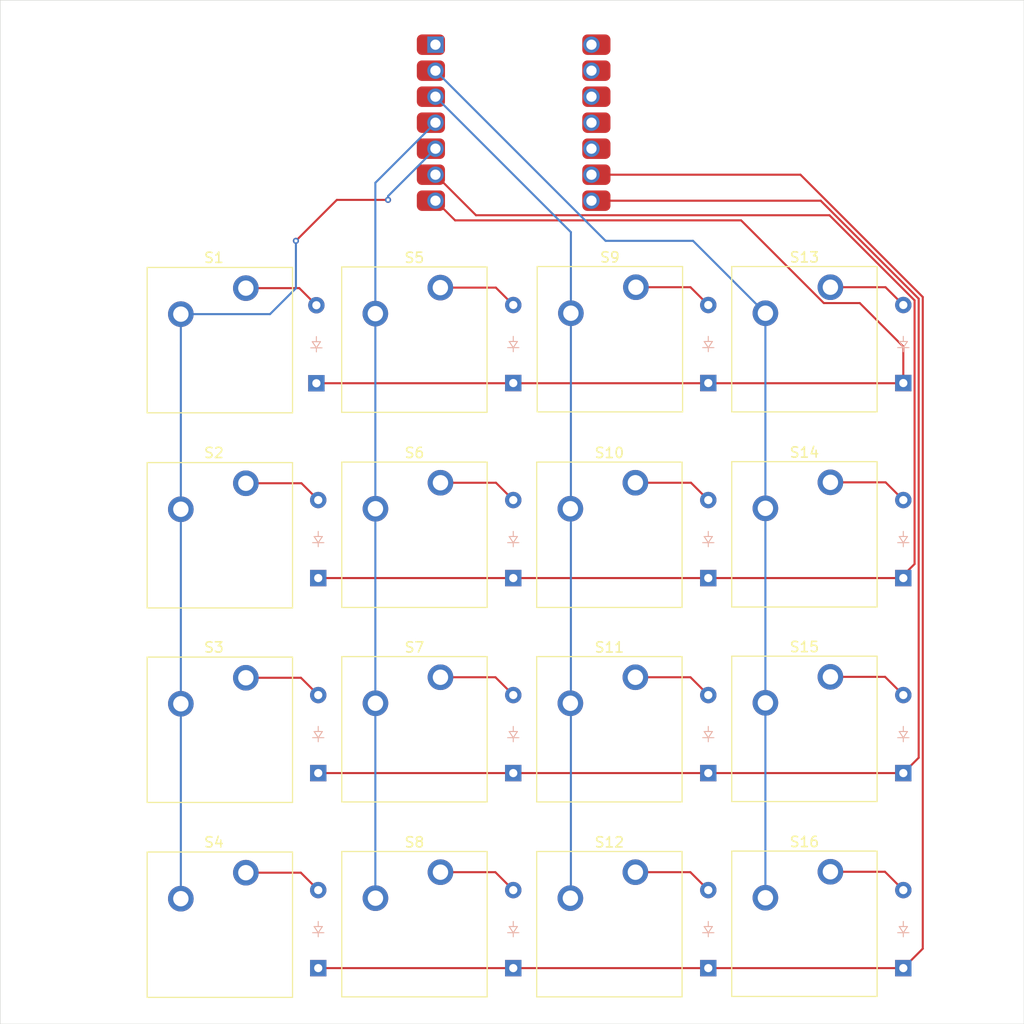
<source format=kicad_pcb>
(kicad_pcb (version 20240108) (generator "pcbnew") (generator_version "8.0")
  (layers (0 "F.Cu" signal) (31 "B.Cu" signal) (34 "B.Paste" user) (35 "F.Paste" user) (36 "B.SilkS" user "B.Silkscreen") (37 "F.SilkS" user "F.Silkscreen") (38 "B.Mask" user) (39 "F.Mask" user) (44 "Edge.Cuts" user))
  (net 0 "")
  (net 1 "Net-(D1-A)")
  (net 2 "Row0")
  (net 3 "Row1")
  (net 4 "Net-(D2-A)")
  (net 5 "Row2")
  (net 6 "Net-(D3-A)")
  (net 7 "Row3")
  (net 8 "Net-(D4-A)")
  (net 9 "Net-(D5-A)")
  (net 10 "Net-(D6-A)")
  (net 11 "Net-(D7-A)")
  (net 12 "Net-(D8-A)")
  (net 13 "Net-(D9-A)")
  (net 14 "Net-(D10-A)")
  (net 15 "Net-(D11-A)")
  (net 16 "Net-(D12-A)")
  (net 17 "Net-(D13-A)")
  (net 18 "Net-(D14-A)")
  (net 19 "Net-(D15-A)")
  (net 20 "Net-(D16-A)")
  (net 21 "Column0")
  (net 26 "Column1")
  (net 27 "Column2")
  (net 28 "Column3")
  (footprint "ScottoKeebs_MX:MX_PCB_1.00u" (layer "F.Cu") (at 164.17 97.17)
    (property "Reference" "S14" (at 0 -8 0) (layer "F.SilkS"))
    (property "Value" "Keyswitch")
    (fp_line (start -7.1 -7.1) (end -7.1 7.1) (stroke (width 0.12)) (layer "F.SilkS"))
    (fp_line (start -7.1 7.1) (end 7.1 7.1) (stroke (width 0.12)) (layer "F.SilkS"))
    (fp_line (start 7.1 -7.1) (end -7.1 -7.1) (stroke (width 0.12)) (layer "F.SilkS"))
    (fp_line (start 7.1 7.1) (end 7.1 -7.1) (stroke (width 0.12)) (layer "F.SilkS"))
    (pad "" np_thru_hole circle (at -5.08 0) (size 1.75 1.75) (drill 1.75) (layers "*.Cu" "*.Mask"))
    (pad "" np_thru_hole circle (at 0 0) (size 4 4) (drill 4) (layers "*.Cu" "*.Mask"))
    (pad "" np_thru_hole circle (at 5.08 0) (size 1.75 1.75) (drill 1.75) (layers "*.Cu" "*.Mask"))
    (pad "1" thru_hole circle (at -3.81 -2.54) (size 2.5 2.5) (drill 1.5) (layers "*.Cu" "*.Mask") (net 28 "Column3"))
    (pad "2" thru_hole circle (at 2.54 -5.08) (size 2.5 2.5) (drill 1.5) (layers "*.Cu" "*.Mask") (net 18 "Net-(D14-A)"))
  )
  (footprint "ScottoKeebs_MX:MX_PCB_1.00u" (layer "F.Cu") (at 107.07 97.26)
    (property "Reference" "S2" (at -0.58 -8.05 0) (layer "F.SilkS"))
    (property "Value" "Keyswitch")
    (fp_line (start -7.1 -7.1) (end -7.1 7.1) (stroke (width 0.12)) (layer "F.SilkS"))
    (fp_line (start -7.1 7.1) (end 7.1 7.1) (stroke (width 0.12)) (layer "F.SilkS"))
    (fp_line (start 7.1 -7.1) (end -7.1 -7.1) (stroke (width 0.12)) (layer "F.SilkS"))
    (fp_line (start 7.1 7.1) (end 7.1 -7.1) (stroke (width 0.12)) (layer "F.SilkS"))
    (pad "" np_thru_hole circle (at -5.08 0) (size 1.75 1.75) (drill 1.75) (layers "*.Cu" "*.Mask"))
    (pad "" np_thru_hole circle (at 0 0) (size 4 4) (drill 4) (layers "*.Cu" "*.Mask"))
    (pad "" np_thru_hole circle (at 5.08 0) (size 1.75 1.75) (drill 1.75) (layers "*.Cu" "*.Mask"))
    (pad "1" thru_hole circle (at -3.81 -2.54) (size 2.5 2.5) (drill 1.5) (layers "*.Cu" "*.Mask") (net 21 "Column0"))
    (pad "2" thru_hole circle (at 2.54 -5.08) (size 2.5 2.5) (drill 1.5) (layers "*.Cu" "*.Mask") (net 4 "Net-(D2-A)"))
  )
  (footprint "ScottoKeebs_MX:MX_PCB_1.00u" (layer "F.Cu") (at 145.12 116.21)
    (property "Reference" "S11" (at 0 -8 0) (layer "F.SilkS"))
    (property "Value" "Keyswitch")
    (fp_line (start -7.1 -7.1) (end -7.1 7.1) (stroke (width 0.12)) (layer "F.SilkS"))
    (fp_line (start -7.1 7.1) (end 7.1 7.1) (stroke (width 0.12)) (layer "F.SilkS"))
    (fp_line (start 7.1 -7.1) (end -7.1 -7.1) (stroke (width 0.12)) (layer "F.SilkS"))
    (fp_line (start 7.1 7.1) (end 7.1 -7.1) (stroke (width 0.12)) (layer "F.SilkS"))
    (pad "" np_thru_hole circle (at -5.08 0) (size 1.75 1.75) (drill 1.75) (layers "*.Cu" "*.Mask"))
    (pad "" np_thru_hole circle (at 0 0) (size 4 4) (drill 4) (layers "*.Cu" "*.Mask"))
    (pad "" np_thru_hole circle (at 5.08 0) (size 1.75 1.75) (drill 1.75) (layers "*.Cu" "*.Mask"))
    (pad "1" thru_hole circle (at -3.81 -2.54) (size 2.5 2.5) (drill 1.5) (layers "*.Cu" "*.Mask") (net 27 "Column2"))
    (pad "2" thru_hole circle (at 2.54 -5.08) (size 2.5 2.5) (drill 1.5) (layers "*.Cu" "*.Mask") (net 15 "Net-(D11-A)"))
  )
  (footprint "ScottoKeebs_MX:MX_PCB_1.00u" (layer "F.Cu") (at 145.12 97.21)
    (property "Reference" "S10" (at 0 -8 0) (layer "F.SilkS"))
    (property "Value" "Keyswitch")
    (fp_line (start -7.1 -7.1) (end -7.1 7.1) (stroke (width 0.12)) (layer "F.SilkS"))
    (fp_line (start -7.1 7.1) (end 7.1 7.1) (stroke (width 0.12)) (layer "F.SilkS"))
    (fp_line (start 7.1 -7.1) (end -7.1 -7.1) (stroke (width 0.12)) (layer "F.SilkS"))
    (fp_line (start 7.1 7.1) (end 7.1 -7.1) (stroke (width 0.12)) (layer "F.SilkS"))
    (pad "" np_thru_hole circle (at -5.08 0) (size 1.75 1.75) (drill 1.75) (layers "*.Cu" "*.Mask"))
    (pad "" np_thru_hole circle (at 0 0) (size 4 4) (drill 4) (layers "*.Cu" "*.Mask"))
    (pad "" np_thru_hole circle (at 5.08 0) (size 1.75 1.75) (drill 1.75) (layers "*.Cu" "*.Mask"))
    (pad "1" thru_hole circle (at -3.81 -2.54) (size 2.5 2.5) (drill 1.5) (layers "*.Cu" "*.Mask") (net 27 "Column2"))
    (pad "2" thru_hole circle (at 2.54 -5.08) (size 2.5 2.5) (drill 1.5) (layers "*.Cu" "*.Mask") (net 14 "Net-(D10-A)"))
  )
  (footprint "ScottoKeebs_MCU:Seeed_XIAO_RP2040" (layer "F.Cu") (at 135.75 56.96)
    (property "Reference" "U1" (hide yes))
    (property "Value" "Seeed Studio XIAO SAMD21")
    (pad "1" smd roundrect (at -8.065 -7.62) (size 2.75 2) (layers "F.Cu" "F.Paste" "F.Mask"))
    (pad "1" thru_hole rect (at -7.62 -7.62 90) (size 1.6 1.6) (drill 1) (layers "*.Cu" "*.Mask"))
    (pad "2" smd roundrect (at -8.065 -5.08) (size 2.75 2) (layers "F.Cu" "F.Paste" "F.Mask") (net 28 "Column3"))
    (pad "2" thru_hole circle (at -7.62 -5.08 90) (size 1.6 1.6) (drill 1) (layers "*.Cu" "*.Mask") (net 28 "Column3"))
    (pad "3" smd roundrect (at -8.065 -2.54) (size 2.75 2) (layers "F.Cu" "F.Paste" "F.Mask") (net 27 "Column2"))
    (pad "3" thru_hole circle (at -7.62 -2.54 90) (size 1.6 1.6) (drill 1) (layers "*.Cu" "*.Mask") (net 27 "Column2"))
    (pad "4" smd roundrect (at -8.065 0) (size 2.75 2) (layers "F.Cu" "F.Paste" "F.Mask") (net 26 "Column1"))
    (pad "4" thru_hole circle (at -7.62 0 90) (size 1.6 1.6) (drill 1) (layers "*.Cu" "*.Mask") (net 26 "Column1"))
    (pad "5" smd roundrect (at -8.065 2.54) (size 2.75 2) (layers "F.Cu" "F.Paste" "F.Mask") (net 21 "Column0"))
    (pad "5" thru_hole circle (at -7.62 2.54 90) (size 1.6 1.6) (drill 1) (layers "*.Cu" "*.Mask") (net 21 "Column0"))
    (pad "6" smd roundrect (at -8.065 5.08) (size 2.75 2) (layers "F.Cu" "F.Paste" "F.Mask") (net 3 "Row1"))
    (pad "6" thru_hole circle (at -7.62 5.08 90) (size 1.6 1.6) (drill 1) (layers "*.Cu" "*.Mask") (net 3 "Row1"))
    (pad "7" smd roundrect (at -8.065 7.62) (size 2.75 2) (layers "F.Cu" "F.Paste" "F.Mask") (net 2 "Row0"))
    (pad "7" thru_hole circle (at -7.62 7.62 90) (size 1.6 1.6) (drill 1) (layers "*.Cu" "*.Mask") (net 2 "Row0"))
    (pad "8" thru_hole circle (at 7.62 7.62 90) (size 1.6 1.6) (drill 1) (layers "*.Cu" "*.Mask") (net 5 "Row2"))
    (pad "8" smd roundrect (at 8.1 7.62) (size 2.75 2) (layers "F.Cu" "F.Paste" "F.Mask") (net 5 "Row2"))
    (pad "9" thru_hole circle (at 7.62 5.08 90) (size 1.6 1.6) (drill 1) (layers "*.Cu" "*.Mask") (net 7 "Row3"))
    (pad "9" smd roundrect (at 8.1 5.08) (size 2.75 2) (layers "F.Cu" "F.Paste" "F.Mask") (net 7 "Row3"))
    (pad "10" thru_hole circle (at 7.62 2.54 90) (size 1.6 1.6) (drill 1) (layers "*.Cu" "*.Mask"))
    (pad "10" smd roundrect (at 8.1 2.54) (size 2.75 2) (layers "F.Cu" "F.Paste" "F.Mask"))
    (pad "11" thru_hole circle (at 7.62 0 90) (size 1.6 1.6) (drill 1) (layers "*.Cu" "*.Mask"))
    (pad "11" smd roundrect (at 8.1 0) (size 2.75 2) (layers "F.Cu" "F.Paste" "F.Mask"))
    (pad "12" thru_hole circle (at 7.62 -2.54 90) (size 1.6 1.6) (drill 1) (layers "*.Cu" "*.Mask"))
    (pad "12" smd roundrect (at 8.1 -2.54) (size 2.75 2) (layers "F.Cu" "F.Paste" "F.Mask"))
    (pad "13" thru_hole circle (at 7.62 -5.08 90) (size 1.6 1.6) (drill 1) (layers "*.Cu" "*.Mask"))
    (pad "13" smd roundrect (at 8.1 -5.08) (size 2.75 2) (layers "F.Cu" "F.Paste" "F.Mask"))
    (pad "14" thru_hole circle (at 7.62 -7.62 90) (size 1.6 1.6) (drill 1) (layers "*.Cu" "*.Mask"))
    (pad "14" smd roundrect (at 8.1 -7.62) (size 2.75 2) (layers "F.Cu" "F.Paste" "F.Mask"))
  )
  (footprint "ScottoKeebs_MX:MX_PCB_1.00u" (layer "F.Cu") (at 126.07 78.15)
    (property "Reference" "S5" (at 0 -8 0) (layer "F.SilkS"))
    (property "Value" "Keyswitch")
    (fp_line (start -7.1 -7.1) (end -7.1 7.1) (stroke (width 0.12)) (layer "F.SilkS"))
    (fp_line (start -7.1 7.1) (end 7.1 7.1) (stroke (width 0.12)) (layer "F.SilkS"))
    (fp_line (start 7.1 -7.1) (end -7.1 -7.1) (stroke (width 0.12)) (layer "F.SilkS"))
    (fp_line (start 7.1 7.1) (end 7.1 -7.1) (stroke (width 0.12)) (layer "F.SilkS"))
    (pad "" np_thru_hole circle (at -5.08 0) (size 1.75 1.75) (drill 1.75) (layers "*.Cu" "*.Mask"))
    (pad "" np_thru_hole circle (at 0 0) (size 4 4) (drill 4) (layers "*.Cu" "*.Mask"))
    (pad "" np_thru_hole circle (at 5.08 0) (size 1.75 1.75) (drill 1.75) (layers "*.Cu" "*.Mask"))
    (pad "1" thru_hole circle (at -3.81 -2.54) (size 2.5 2.5) (drill 1.5) (layers "*.Cu" "*.Mask") (net 26 "Column1"))
    (pad "2" thru_hole circle (at 2.54 -5.08) (size 2.5 2.5) (drill 1.5) (layers "*.Cu" "*.Mask") (net 9 "Net-(D5-A)"))
  )
  (footprint "ScottoKeebs_MX:MX_PCB_1.00u" (layer "F.Cu") (at 164.17 116.17)
    (property "Reference" "S15" (at 0 -8 0) (layer "F.SilkS"))
    (property "Value" "Keyswitch")
    (fp_line (start -7.1 -7.1) (end -7.1 7.1) (stroke (width 0.12)) (layer "F.SilkS"))
    (fp_line (start -7.1 7.1) (end 7.1 7.1) (stroke (width 0.12)) (layer "F.SilkS"))
    (fp_line (start 7.1 -7.1) (end -7.1 -7.1) (stroke (width 0.12)) (layer "F.SilkS"))
    (fp_line (start 7.1 7.1) (end 7.1 -7.1) (stroke (width 0.12)) (layer "F.SilkS"))
    (pad "" np_thru_hole circle (at -5.08 0) (size 1.75 1.75) (drill 1.75) (layers "*.Cu" "*.Mask"))
    (pad "" np_thru_hole circle (at 0 0) (size 4 4) (drill 4) (layers "*.Cu" "*.Mask"))
    (pad "" np_thru_hole circle (at 5.08 0) (size 1.75 1.75) (drill 1.75) (layers "*.Cu" "*.Mask"))
    (pad "1" thru_hole circle (at -3.81 -2.54) (size 2.5 2.5) (drill 1.5) (layers "*.Cu" "*.Mask") (net 28 "Column3"))
    (pad "2" thru_hole circle (at 2.54 -5.08) (size 2.5 2.5) (drill 1.5) (layers "*.Cu" "*.Mask") (net 19 "Net-(D15-A)"))
  )
  (footprint "ScottoKeebs_MX:MX_PCB_1.00u" (layer "F.Cu") (at 164.17 135.21)
    (property "Reference" "S16" (at 0 -8 0) (layer "F.SilkS"))
    (property "Value" "Keyswitch")
    (fp_line (start -7.1 -7.1) (end -7.1 7.1) (stroke (width 0.12)) (layer "F.SilkS"))
    (fp_line (start -7.1 7.1) (end 7.1 7.1) (stroke (width 0.12)) (layer "F.SilkS"))
    (fp_line (start 7.1 -7.1) (end -7.1 -7.1) (stroke (width 0.12)) (layer "F.SilkS"))
    (fp_line (start 7.1 7.1) (end 7.1 -7.1) (stroke (width 0.12)) (layer "F.SilkS"))
    (pad "" np_thru_hole circle (at -5.08 0) (size 1.75 1.75) (drill 1.75) (layers "*.Cu" "*.Mask"))
    (pad "" np_thru_hole circle (at 0 0) (size 4 4) (drill 4) (layers "*.Cu" "*.Mask"))
    (pad "" np_thru_hole circle (at 5.08 0) (size 1.75 1.75) (drill 1.75) (layers "*.Cu" "*.Mask"))
    (pad "1" thru_hole circle (at -3.81 -2.54) (size 2.5 2.5) (drill 1.5) (layers "*.Cu" "*.Mask") (net 28 "Column3"))
    (pad "2" thru_hole circle (at 2.54 -5.08) (size 2.5 2.5) (drill 1.5) (layers "*.Cu" "*.Mask") (net 20 "Net-(D16-A)"))
  )
  (footprint "ScottoKeebs_MX:MX_PCB_1.00u" (layer "F.Cu") (at 164.17 78.11)
    (property "Reference" "S13" (at 0 -8 0) (layer "F.SilkS"))
    (property "Value" "Keyswitch")
    (fp_line (start -7.1 -7.1) (end -7.1 7.1) (stroke (width 0.12)) (layer "F.SilkS"))
    (fp_line (start -7.1 7.1) (end 7.1 7.1) (stroke (width 0.12)) (layer "F.SilkS"))
    (fp_line (start 7.1 -7.1) (end -7.1 -7.1) (stroke (width 0.12)) (layer "F.SilkS"))
    (fp_line (start 7.1 7.1) (end 7.1 -7.1) (stroke (width 0.12)) (layer "F.SilkS"))
    (pad "" np_thru_hole circle (at -5.08 0) (size 1.75 1.75) (drill 1.75) (layers "*.Cu" "*.Mask"))
    (pad "" np_thru_hole circle (at 0 0) (size 4 4) (drill 4) (layers "*.Cu" "*.Mask"))
    (pad "" np_thru_hole circle (at 5.08 0) (size 1.75 1.75) (drill 1.75) (layers "*.Cu" "*.Mask"))
    (pad "1" thru_hole circle (at -3.81 -2.54) (size 2.5 2.5) (drill 1.5) (layers "*.Cu" "*.Mask") (net 28 "Column3"))
    (pad "2" thru_hole circle (at 2.54 -5.08) (size 2.5 2.5) (drill 1.5) (layers "*.Cu" "*.Mask") (net 17 "Net-(D13-A)"))
  )
  (footprint "ScottoKeebs_MX:MX_PCB_1.00u" (layer "F.Cu") (at 126.08 135.25)
    (property "Reference" "S8" (at 0 -8 0) (layer "F.SilkS"))
    (property "Value" "Keyswitch")
    (fp_line (start -7.1 -7.1) (end -7.1 7.1) (stroke (width 0.12)) (layer "F.SilkS"))
    (fp_line (start -7.1 7.1) (end 7.1 7.1) (stroke (width 0.12)) (layer "F.SilkS"))
    (fp_line (start 7.1 -7.1) (end -7.1 -7.1) (stroke (width 0.12)) (layer "F.SilkS"))
    (fp_line (start 7.1 7.1) (end 7.1 -7.1) (stroke (width 0.12)) (layer "F.SilkS"))
    (pad "" np_thru_hole circle (at -5.08 0) (size 1.75 1.75) (drill 1.75) (layers "*.Cu" "*.Mask"))
    (pad "" np_thru_hole circle (at 0 0) (size 4 4) (drill 4) (layers "*.Cu" "*.Mask"))
    (pad "" np_thru_hole circle (at 5.08 0) (size 1.75 1.75) (drill 1.75) (layers "*.Cu" "*.Mask"))
    (pad "1" thru_hole circle (at -3.81 -2.54) (size 2.5 2.5) (drill 1.5) (layers "*.Cu" "*.Mask") (net 26 "Column1"))
    (pad "2" thru_hole circle (at 2.54 -5.08) (size 2.5 2.5) (drill 1.5) (layers "*.Cu" "*.Mask") (net 12 "Net-(D8-A)"))
  )
  (footprint "ScottoKeebs_MX:MX_PCB_1.00u" (layer "F.Cu") (at 107.07 116.26)
    (property "Reference" "S3" (at -0.58 -8.05 0) (layer "F.SilkS"))
    (property "Value" "Keyswitch")
    (fp_line (start -7.1 -7.1) (end -7.1 7.1) (stroke (width 0.12)) (layer "F.SilkS"))
    (fp_line (start -7.1 7.1) (end 7.1 7.1) (stroke (width 0.12)) (layer "F.SilkS"))
    (fp_line (start 7.1 -7.1) (end -7.1 -7.1) (stroke (width 0.12)) (layer "F.SilkS"))
    (fp_line (start 7.1 7.1) (end 7.1 -7.1) (stroke (width 0.12)) (layer "F.SilkS"))
    (pad "" np_thru_hole circle (at -5.08 0) (size 1.75 1.75) (drill 1.75) (layers "*.Cu" "*.Mask"))
    (pad "" np_thru_hole circle (at 0 0) (size 4 4) (drill 4) (layers "*.Cu" "*.Mask"))
    (pad "" np_thru_hole circle (at 5.08 0) (size 1.75 1.75) (drill 1.75) (layers "*.Cu" "*.Mask"))
    (pad "1" thru_hole circle (at -3.81 -2.54) (size 2.5 2.5) (drill 1.5) (layers "*.Cu" "*.Mask") (net 21 "Column0"))
    (pad "2" thru_hole circle (at 2.54 -5.08) (size 2.5 2.5) (drill 1.5) (layers "*.Cu" "*.Mask") (net 6 "Net-(D3-A)"))
  )
  (footprint "ScottoKeebs_MX:MX_PCB_1.00u" (layer "F.Cu") (at 107.07 135.3)
    (property "Reference" "S4" (at -0.58 -8.05 0) (layer "F.SilkS"))
    (property "Value" "Keyswitch")
    (fp_line (start -7.1 -7.1) (end -7.1 7.1) (stroke (width 0.12)) (layer "F.SilkS"))
    (fp_line (start -7.1 7.1) (end 7.1 7.1) (stroke (width 0.12)) (layer "F.SilkS"))
    (fp_line (start 7.1 -7.1) (end -7.1 -7.1) (stroke (width 0.12)) (layer "F.SilkS"))
    (fp_line (start 7.1 7.1) (end 7.1 -7.1) (stroke (width 0.12)) (layer "F.SilkS"))
    (pad "" np_thru_hole circle (at -5.08 0) (size 1.75 1.75) (drill 1.75) (layers "*.Cu" "*.Mask"))
    (pad "" np_thru_hole circle (at 0 0) (size 4 4) (drill 4) (layers "*.Cu" "*.Mask"))
    (pad "" np_thru_hole circle (at 5.08 0) (size 1.75 1.75) (drill 1.75) (layers "*.Cu" "*.Mask"))
    (pad "1" thru_hole circle (at -3.81 -2.54) (size 2.5 2.5) (drill 1.5) (layers "*.Cu" "*.Mask") (net 21 "Column0"))
    (pad "2" thru_hole circle (at 2.54 -5.08) (size 2.5 2.5) (drill 1.5) (layers "*.Cu" "*.Mask") (net 8 "Net-(D4-A)"))
  )
  (footprint "ScottoKeebs_MX:MX_PCB_1.00u" (layer "F.Cu") (at 145.12 135.25)
    (property "Reference" "S12" (at 0 -8 0) (layer "F.SilkS"))
    (property "Value" "Keyswitch")
    (fp_line (start -7.1 -7.1) (end -7.1 7.1) (stroke (width 0.12)) (layer "F.SilkS"))
    (fp_line (start -7.1 7.1) (end 7.1 7.1) (stroke (width 0.12)) (layer "F.SilkS"))
    (fp_line (start 7.1 -7.1) (end -7.1 -7.1) (stroke (width 0.12)) (layer "F.SilkS"))
    (fp_line (start 7.1 7.1) (end 7.1 -7.1) (stroke (width 0.12)) (layer "F.SilkS"))
    (pad "" np_thru_hole circle (at -5.08 0) (size 1.75 1.75) (drill 1.75) (layers "*.Cu" "*.Mask"))
    (pad "" np_thru_hole circle (at 0 0) (size 4 4) (drill 4) (layers "*.Cu" "*.Mask"))
    (pad "" np_thru_hole circle (at 5.08 0) (size 1.75 1.75) (drill 1.75) (layers "*.Cu" "*.Mask"))
    (pad "1" thru_hole circle (at -3.81 -2.54) (size 2.5 2.5) (drill 1.5) (layers "*.Cu" "*.Mask") (net 27 "Column2"))
    (pad "2" thru_hole circle (at 2.54 -5.08) (size 2.5 2.5) (drill 1.5) (layers "*.Cu" "*.Mask") (net 16 "Net-(D12-A)"))
  )
  (footprint "ScottoKeebs_MX:MX_PCB_1.00u" (layer "F.Cu") (at 126.08 97.21)
    (property "Reference" "S6" (at 0 -8 0) (layer "F.SilkS"))
    (property "Value" "Keyswitch")
    (fp_line (start -7.1 -7.1) (end -7.1 7.1) (stroke (width 0.12)) (layer "F.SilkS"))
    (fp_line (start -7.1 7.1) (end 7.1 7.1) (stroke (width 0.12)) (layer "F.SilkS"))
    (fp_line (start 7.1 -7.1) (end -7.1 -7.1) (stroke (width 0.12)) (layer "F.SilkS"))
    (fp_line (start 7.1 7.1) (end 7.1 -7.1) (stroke (width 0.12)) (layer "F.SilkS"))
    (pad "" np_thru_hole circle (at -5.08 0) (size 1.75 1.75) (drill 1.75) (layers "*.Cu" "*.Mask"))
    (pad "" np_thru_hole circle (at 0 0) (size 4 4) (drill 4) (layers "*.Cu" "*.Mask"))
    (pad "" np_thru_hole circle (at 5.08 0) (size 1.75 1.75) (drill 1.75) (layers "*.Cu" "*.Mask"))
    (pad "1" thru_hole circle (at -3.81 -2.54) (size 2.5 2.5) (drill 1.5) (layers "*.Cu" "*.Mask") (net 26 "Column1"))
    (pad "2" thru_hole circle (at 2.54 -5.08) (size 2.5 2.5) (drill 1.5) (layers "*.Cu" "*.Mask") (net 10 "Net-(D6-A)"))
  )
  (footprint "ScottoKeebs_MX:MX_PCB_1.00u" (layer "F.Cu") (at 107.07 78.2)
    (property "Reference" "S1" (at -0.58 -8.05 0) (layer "F.SilkS"))
    (property "Value" "Keyswitch")
    (fp_line (start -7.1 -7.1) (end -7.1 7.1) (stroke (width 0.12)) (layer "F.SilkS"))
    (fp_line (start -7.1 7.1) (end 7.1 7.1) (stroke (width 0.12)) (layer "F.SilkS"))
    (fp_line (start 7.1 -7.1) (end -7.1 -7.1) (stroke (width 0.12)) (layer "F.SilkS"))
    (fp_line (start 7.1 7.1) (end 7.1 -7.1) (stroke (width 0.12)) (layer "F.SilkS"))
    (pad "" np_thru_hole circle (at -5.08 0) (size 1.75 1.75) (drill 1.75) (layers "*.Cu" "*.Mask"))
    (pad "" np_thru_hole circle (at 0 0) (size 4 4) (drill 4) (layers "*.Cu" "*.Mask"))
    (pad "" np_thru_hole circle (at 5.08 0) (size 1.75 1.75) (drill 1.75) (layers "*.Cu" "*.Mask"))
    (pad "1" thru_hole circle (at -3.81 -2.54) (size 2.5 2.5) (drill 1.5) (layers "*.Cu" "*.Mask") (net 21 "Column0"))
    (pad "2" thru_hole circle (at 2.54 -5.08) (size 2.5 2.5) (drill 1.5) (layers "*.Cu" "*.Mask") (net 1 "Net-(D1-A)"))
  )
  (footprint "ScottoKeebs_MX:MX_PCB_1.00u" (layer "F.Cu") (at 126.08 116.21)
    (property "Reference" "S7" (at 0 -8 0) (layer "F.SilkS"))
    (property "Value" "Keyswitch")
    (fp_line (start -7.1 -7.1) (end -7.1 7.1) (stroke (width 0.12)) (layer "F.SilkS"))
    (fp_line (start -7.1 7.1) (end 7.1 7.1) (stroke (width 0.12)) (layer "F.SilkS"))
    (fp_line (start 7.1 -7.1) (end -7.1 -7.1) (stroke (width 0.12)) (layer "F.SilkS"))
    (fp_line (start 7.1 7.1) (end 7.1 -7.1) (stroke (width 0.12)) (layer "F.SilkS"))
    (pad "" np_thru_hole circle (at -5.08 0) (size 1.75 1.75) (drill 1.75) (layers "*.Cu" "*.Mask"))
    (pad "" np_thru_hole circle (at 0 0) (size 4 4) (drill 4) (layers "*.Cu" "*.Mask"))
    (pad "" np_thru_hole circle (at 5.08 0) (size 1.75 1.75) (drill 1.75) (layers "*.Cu" "*.Mask"))
    (pad "1" thru_hole circle (at -3.81 -2.54) (size 2.5 2.5) (drill 1.5) (layers "*.Cu" "*.Mask") (net 26 "Column1"))
    (pad "2" thru_hole circle (at 2.54 -5.08) (size 2.5 2.5) (drill 1.5) (layers "*.Cu" "*.Mask") (net 11 "Net-(D7-A)"))
  )
  (footprint "ScottoKeebs_MX:MX_PCB_1.00u" (layer "F.Cu") (at 145.17 78.11)
    (property "Reference" "S9" (at 0 -8 0) (layer "F.SilkS"))
    (property "Value" "Keyswitch")
    (fp_line (start -7.1 -7.1) (end -7.1 7.1) (stroke (width 0.12)) (layer "F.SilkS"))
    (fp_line (start -7.1 7.1) (end 7.1 7.1) (stroke (width 0.12)) (layer "F.SilkS"))
    (fp_line (start 7.1 -7.1) (end -7.1 -7.1) (stroke (width 0.12)) (layer "F.SilkS"))
    (fp_line (start 7.1 7.1) (end 7.1 -7.1) (stroke (width 0.12)) (layer "F.SilkS"))
    (pad "" np_thru_hole circle (at -5.08 0) (size 1.75 1.75) (drill 1.75) (layers "*.Cu" "*.Mask"))
    (pad "" np_thru_hole circle (at 0 0) (size 4 4) (drill 4) (layers "*.Cu" "*.Mask"))
    (pad "" np_thru_hole circle (at 5.08 0) (size 1.75 1.75) (drill 1.75) (layers "*.Cu" "*.Mask"))
    (pad "1" thru_hole circle (at -3.81 -2.54) (size 2.5 2.5) (drill 1.5) (layers "*.Cu" "*.Mask") (net 27 "Column2"))
    (pad "2" thru_hole circle (at 2.54 -5.08) (size 2.5 2.5) (drill 1.5) (layers "*.Cu" "*.Mask") (net 13 "Net-(D9-A)"))
  )
  (footprint "ScottoKeebs_Components:Diode_DO-35" (layer "B.Cu") (at 173.83125 139.54125 90)
    (property "Reference" "D16" (hide yes))
    (property "Value" "Diode" (hide yes))
    (fp_line (start 3.46 -0.55) (end 3.46 0.55) (stroke (width 0.1)) (layer "B.SilkS"))
    (fp_line (start 4.06 -0.4) (end 4.06 0.4) (stroke (width 0.1)) (layer "B.SilkS"))
    (fp_line (start 4.56 0) (end 4.06 0) (stroke (width 0.1)) (layer "B.SilkS"))
    (fp_line (start 3.46 0) (end 4.06 -0.4) (stroke (width 0.1)) (layer "B.SilkS"))
    (fp_line (start 3.46 0) (end 3.06 0) (stroke (width 0.1)) (layer "B.SilkS"))
    (fp_line (start 4.06 0.4) (end 3.46 0) (stroke (width 0.1)) (layer "B.SilkS"))
    (pad "1" thru_hole rect (at 0 0 90) (size 1.6 1.6) (drill 0.8) (layers "*.Cu" "*.Mask") (net 7 "Row3"))
    (pad "2" thru_hole oval (at 7.62 0 90) (size 1.6 1.6) (drill 0.8) (layers "*.Cu" "*.Mask") (net 20 "Net-(D16-A)"))
  )
  (footprint "ScottoKeebs_Components:Diode_DO-35" (layer "B.Cu") (at 135.73125 120.49125 90)
    (property "Reference" "D7" (hide yes))
    (property "Value" "Diode" (hide yes))
    (fp_line (start 3.46 -0.55) (end 3.46 0.55) (stroke (width 0.1)) (layer "B.SilkS"))
    (fp_line (start 4.06 -0.4) (end 4.06 0.4) (stroke (width 0.1)) (layer "B.SilkS"))
    (fp_line (start 4.56 0) (end 4.06 0) (stroke (width 0.1)) (layer "B.SilkS"))
    (fp_line (start 3.46 0) (end 4.06 -0.4) (stroke (width 0.1)) (layer "B.SilkS"))
    (fp_line (start 3.46 0) (end 3.06 0) (stroke (width 0.1)) (layer "B.SilkS"))
    (fp_line (start 4.06 0.4) (end 3.46 0) (stroke (width 0.1)) (layer "B.SilkS"))
    (pad "1" thru_hole rect (at 0 0 90) (size 1.6 1.6) (drill 0.8) (layers "*.Cu" "*.Mask") (net 5 "Row2"))
    (pad "2" thru_hole oval (at 7.62 0 90) (size 1.6 1.6) (drill 0.8) (layers "*.Cu" "*.Mask") (net 11 "Net-(D7-A)"))
  )
  (footprint "ScottoKeebs_Components:Diode_DO-35" (layer "B.Cu") (at 135.73125 82.39125 90)
    (property "Reference" "D5" (hide yes))
    (property "Value" "Diode" (hide yes))
    (fp_line (start 3.46 -0.55) (end 3.46 0.55) (stroke (width 0.1)) (layer "B.SilkS"))
    (fp_line (start 4.06 -0.4) (end 4.06 0.4) (stroke (width 0.1)) (layer "B.SilkS"))
    (fp_line (start 4.56 0) (end 4.06 0) (stroke (width 0.1)) (layer "B.SilkS"))
    (fp_line (start 3.46 0) (end 4.06 -0.4) (stroke (width 0.1)) (layer "B.SilkS"))
    (fp_line (start 3.46 0) (end 3.06 0) (stroke (width 0.1)) (layer "B.SilkS"))
    (fp_line (start 4.06 0.4) (end 3.46 0) (stroke (width 0.1)) (layer "B.SilkS"))
    (pad "1" thru_hole rect (at 0 0 90) (size 1.6 1.6) (drill 0.8) (layers "*.Cu" "*.Mask") (net 2 "Row0"))
    (pad "2" thru_hole oval (at 7.62 0 90) (size 1.6 1.6) (drill 0.8) (layers "*.Cu" "*.Mask") (net 9 "Net-(D5-A)"))
  )
  (footprint "ScottoKeebs_Components:Diode_DO-35" (layer "B.Cu") (at 154.78125 139.54125 90)
    (property "Reference" "D12" (hide yes))
    (property "Value" "Diode" (hide yes))
    (fp_line (start 3.46 -0.55) (end 3.46 0.55) (stroke (width 0.1)) (layer "B.SilkS"))
    (fp_line (start 4.06 -0.4) (end 4.06 0.4) (stroke (width 0.1)) (layer "B.SilkS"))
    (fp_line (start 4.56 0) (end 4.06 0) (stroke (width 0.1)) (layer "B.SilkS"))
    (fp_line (start 3.46 0) (end 4.06 -0.4) (stroke (width 0.1)) (layer "B.SilkS"))
    (fp_line (start 3.46 0) (end 3.06 0) (stroke (width 0.1)) (layer "B.SilkS"))
    (fp_line (start 4.06 0.4) (end 3.46 0) (stroke (width 0.1)) (layer "B.SilkS"))
    (pad "1" thru_hole rect (at 0 0 90) (size 1.6 1.6) (drill 0.8) (layers "*.Cu" "*.Mask") (net 7 "Row3"))
    (pad "2" thru_hole oval (at 7.62 0 90) (size 1.6 1.6) (drill 0.8) (layers "*.Cu" "*.Mask") (net 16 "Net-(D12-A)"))
  )
  (footprint "ScottoKeebs_Components:Diode_DO-35" (layer "B.Cu") (at 116.5 82.41 90)
    (property "Reference" "D1" (hide yes))
    (property "Value" "Diode" (hide yes))
    (fp_line (start 3.46 -0.55) (end 3.46 0.55) (stroke (width 0.1)) (layer "B.SilkS"))
    (fp_line (start 4.06 -0.4) (end 4.06 0.4) (stroke (width 0.1)) (layer "B.SilkS"))
    (fp_line (start 4.56 0) (end 4.06 0) (stroke (width 0.1)) (layer "B.SilkS"))
    (fp_line (start 3.46 0) (end 4.06 -0.4) (stroke (width 0.1)) (layer "B.SilkS"))
    (fp_line (start 3.46 0) (end 3.06 0) (stroke (width 0.1)) (layer "B.SilkS"))
    (fp_line (start 4.06 0.4) (end 3.46 0) (stroke (width 0.1)) (layer "B.SilkS"))
    (pad "1" thru_hole rect (at 0 0 90) (size 1.6 1.6) (drill 0.8) (layers "*.Cu" "*.Mask") (net 2 "Row0"))
    (pad "2" thru_hole oval (at 7.62 0 90) (size 1.6 1.6) (drill 0.8) (layers "*.Cu" "*.Mask") (net 1 "Net-(D1-A)"))
  )
  (footprint "ScottoKeebs_Components:Diode_DO-35" (layer "B.Cu") (at 154.78125 101.44125 90)
    (property "Reference" "D10" (hide yes))
    (property "Value" "Diode" (hide yes))
    (fp_line (start 3.46 -0.55) (end 3.46 0.55) (stroke (width 0.1)) (layer "B.SilkS"))
    (fp_line (start 4.06 -0.4) (end 4.06 0.4) (stroke (width 0.1)) (layer "B.SilkS"))
    (fp_line (start 4.56 0) (end 4.06 0) (stroke (width 0.1)) (layer "B.SilkS"))
    (fp_line (start 3.46 0) (end 4.06 -0.4) (stroke (width 0.1)) (layer "B.SilkS"))
    (fp_line (start 3.46 0) (end 3.06 0) (stroke (width 0.1)) (layer "B.SilkS"))
    (fp_line (start 4.06 0.4) (end 3.46 0) (stroke (width 0.1)) (layer "B.SilkS"))
    (pad "1" thru_hole rect (at 0 0 90) (size 1.6 1.6) (drill 0.8) (layers "*.Cu" "*.Mask") (net 3 "Row1"))
    (pad "2" thru_hole oval (at 7.62 0 90) (size 1.6 1.6) (drill 0.8) (layers "*.Cu" "*.Mask") (net 14 "Net-(D10-A)"))
  )
  (footprint "ScottoKeebs_Components:Diode_DO-35" (layer "B.Cu") (at 173.83125 101.44125 90)
    (property "Reference" "D14" (hide yes))
    (property "Value" "Diode" (hide yes))
    (fp_line (start 3.46 -0.55) (end 3.46 0.55) (stroke (width 0.1)) (layer "B.SilkS"))
    (fp_line (start 4.06 -0.4) (end 4.06 0.4) (stroke (width 0.1)) (layer "B.SilkS"))
    (fp_line (start 4.56 0) (end 4.06 0) (stroke (width 0.1)) (layer "B.SilkS"))
    (fp_line (start 3.46 0) (end 4.06 -0.4) (stroke (width 0.1)) (layer "B.SilkS"))
    (fp_line (start 3.46 0) (end 3.06 0) (stroke (width 0.1)) (layer "B.SilkS"))
    (fp_line (start 4.06 0.4) (end 3.46 0) (stroke (width 0.1)) (layer "B.SilkS"))
    (pad "1" thru_hole rect (at 0 0 90) (size 1.6 1.6) (drill 0.8) (layers "*.Cu" "*.Mask") (net 3 "Row1"))
    (pad "2" thru_hole oval (at 7.62 0 90) (size 1.6 1.6) (drill 0.8) (layers "*.Cu" "*.Mask") (net 18 "Net-(D14-A)"))
  )
  (footprint "ScottoKeebs_Components:Diode_DO-35" (layer "B.Cu") (at 173.83125 82.39125 90)
    (property "Reference" "D13" (hide yes))
    (property "Value" "Diode" (hide yes))
    (fp_line (start 3.46 -0.55) (end 3.46 0.55) (stroke (width 0.1)) (layer "B.SilkS"))
    (fp_line (start 4.06 -0.4) (end 4.06 0.4) (stroke (width 0.1)) (layer "B.SilkS"))
    (fp_line (start 4.56 0) (end 4.06 0) (stroke (width 0.1)) (layer "B.SilkS"))
    (fp_line (start 3.46 0) (end 4.06 -0.4) (stroke (width 0.1)) (layer "B.SilkS"))
    (fp_line (start 3.46 0) (end 3.06 0) (stroke (width 0.1)) (layer "B.SilkS"))
    (fp_line (start 4.06 0.4) (end 3.46 0) (stroke (width 0.1)) (layer "B.SilkS"))
    (pad "1" thru_hole rect (at 0 0 90) (size 1.6 1.6) (drill 0.8) (layers "*.Cu" "*.Mask") (net 2 "Row0"))
    (pad "2" thru_hole oval (at 7.62 0 90) (size 1.6 1.6) (drill 0.8) (layers "*.Cu" "*.Mask") (net 17 "Net-(D13-A)"))
  )
  (footprint "ScottoKeebs_Components:Diode_DO-35" (layer "B.Cu") (at 135.73125 101.44125 90)
    (property "Reference" "D6" (hide yes))
    (property "Value" "Diode" (hide yes))
    (fp_line (start 3.46 -0.55) (end 3.46 0.55) (stroke (width 0.1)) (layer "B.SilkS"))
    (fp_line (start 4.06 -0.4) (end 4.06 0.4) (stroke (width 0.1)) (layer "B.SilkS"))
    (fp_line (start 4.56 0) (end 4.06 0) (stroke (width 0.1)) (layer "B.SilkS"))
    (fp_line (start 3.46 0) (end 4.06 -0.4) (stroke (width 0.1)) (layer "B.SilkS"))
    (fp_line (start 3.46 0) (end 3.06 0) (stroke (width 0.1)) (layer "B.SilkS"))
    (fp_line (start 4.06 0.4) (end 3.46 0) (stroke (width 0.1)) (layer "B.SilkS"))
    (pad "1" thru_hole rect (at 0 0 90) (size 1.6 1.6) (drill 0.8) (layers "*.Cu" "*.Mask") (net 3 "Row1"))
    (pad "2" thru_hole oval (at 7.62 0 90) (size 1.6 1.6) (drill 0.8) (layers "*.Cu" "*.Mask") (net 10 "Net-(D6-A)"))
  )
  (footprint "ScottoKeebs_Components:Diode_DO-35" (layer "B.Cu") (at 154.78125 120.49125 90)
    (property "Reference" "D11" (hide yes))
    (property "Value" "Diode" (hide yes))
    (fp_line (start 3.46 -0.55) (end 3.46 0.55) (stroke (width 0.1)) (layer "B.SilkS"))
    (fp_line (start 4.06 -0.4) (end 4.06 0.4) (stroke (width 0.1)) (layer "B.SilkS"))
    (fp_line (start 4.56 0) (end 4.06 0) (stroke (width 0.1)) (layer "B.SilkS"))
    (fp_line (start 3.46 0) (end 4.06 -0.4) (stroke (width 0.1)) (layer "B.SilkS"))
    (fp_line (start 3.46 0) (end 3.06 0) (stroke (width 0.1)) (layer "B.SilkS"))
    (fp_line (start 4.06 0.4) (end 3.46 0) (stroke (width 0.1)) (layer "B.SilkS"))
    (pad "1" thru_hole rect (at 0 0 90) (size 1.6 1.6) (drill 0.8) (layers "*.Cu" "*.Mask") (net 5 "Row2"))
    (pad "2" thru_hole oval (at 7.62 0 90) (size 1.6 1.6) (drill 0.8) (layers "*.Cu" "*.Mask") (net 15 "Net-(D11-A)"))
  )
  (footprint "ScottoKeebs_Components:Diode_DO-35" (layer "B.Cu") (at 116.68125 101.44125 90)
    (property "Reference" "D2" (hide yes))
    (property "Value" "Diode" (hide yes))
    (fp_line (start 3.46 -0.55) (end 3.46 0.55) (stroke (width 0.1)) (layer "B.SilkS"))
    (fp_line (start 4.06 -0.4) (end 4.06 0.4) (stroke (width 0.1)) (layer "B.SilkS"))
    (fp_line (start 4.56 0) (end 4.06 0) (stroke (width 0.1)) (layer "B.SilkS"))
    (fp_line (start 3.46 0) (end 4.06 -0.4) (stroke (width 0.1)) (layer "B.SilkS"))
    (fp_line (start 3.46 0) (end 3.06 0) (stroke (width 0.1)) (layer "B.SilkS"))
    (fp_line (start 4.06 0.4) (end 3.46 0) (stroke (width 0.1)) (layer "B.SilkS"))
    (pad "1" thru_hole rect (at 0 0 90) (size 1.6 1.6) (drill 0.8) (layers "*.Cu" "*.Mask") (net 3 "Row1"))
    (pad "2" thru_hole oval (at 7.62 0 90) (size 1.6 1.6) (drill 0.8) (layers "*.Cu" "*.Mask") (net 4 "Net-(D2-A)"))
  )
  (footprint "ScottoKeebs_Components:Diode_DO-35" (layer "B.Cu") (at 116.68125 139.54125 90)
    (property "Reference" "D4" (hide yes))
    (property "Value" "Diode" (hide yes))
    (fp_line (start 3.46 -0.55) (end 3.46 0.55) (stroke (width 0.1)) (layer "B.SilkS"))
    (fp_line (start 4.06 -0.4) (end 4.06 0.4) (stroke (width 0.1)) (layer "B.SilkS"))
    (fp_line (start 4.56 0) (end 4.06 0) (stroke (width 0.1)) (layer "B.SilkS"))
    (fp_line (start 3.46 0) (end 4.06 -0.4) (stroke (width 0.1)) (layer "B.SilkS"))
    (fp_line (start 3.46 0) (end 3.06 0) (stroke (width 0.1)) (layer "B.SilkS"))
    (fp_line (start 4.06 0.4) (end 3.46 0) (stroke (width 0.1)) (layer "B.SilkS"))
    (pad "1" thru_hole rect (at 0 0 90) (size 1.6 1.6) (drill 0.8) (layers "*.Cu" "*.Mask") (net 7 "Row3"))
    (pad "2" thru_hole oval (at 7.62 0 90) (size 1.6 1.6) (drill 0.8) (layers "*.Cu" "*.Mask") (net 8 "Net-(D4-A)"))
  )
  (footprint "ScottoKeebs_Components:Diode_DO-35" (layer "B.Cu") (at 173.83125 120.49125 90)
    (property "Reference" "D15" (hide yes))
    (property "Value" "Diode" (hide yes))
    (fp_line (start 3.46 -0.55) (end 3.46 0.55) (stroke (width 0.1)) (layer "B.SilkS"))
    (fp_line (start 4.06 -0.4) (end 4.06 0.4) (stroke (width 0.1)) (layer "B.SilkS"))
    (fp_line (start 4.56 0) (end 4.06 0) (stroke (width 0.1)) (layer "B.SilkS"))
    (fp_line (start 3.46 0) (end 4.06 -0.4) (stroke (width 0.1)) (layer "B.SilkS"))
    (fp_line (start 3.46 0) (end 3.06 0) (stroke (width 0.1)) (layer "B.SilkS"))
    (fp_line (start 4.06 0.4) (end 3.46 0) (stroke (width 0.1)) (layer "B.SilkS"))
    (pad "1" thru_hole rect (at 0 0 90) (size 1.6 1.6) (drill 0.8) (layers "*.Cu" "*.Mask") (net 5 "Row2"))
    (pad "2" thru_hole oval (at 7.62 0 90) (size 1.6 1.6) (drill 0.8) (layers "*.Cu" "*.Mask") (net 19 "Net-(D15-A)"))
  )
  (footprint "ScottoKeebs_Components:Diode_DO-35" (layer "B.Cu") (at 135.73125 139.54125 90)
    (property "Reference" "D8" (hide yes))
    (property "Value" "Diode" (hide yes))
    (fp_line (start 3.46 -0.55) (end 3.46 0.55) (stroke (width 0.1)) (layer "B.SilkS"))
    (fp_line (start 4.06 -0.4) (end 4.06 0.4) (stroke (width 0.1)) (layer "B.SilkS"))
    (fp_line (start 4.56 0) (end 4.06 0) (stroke (width 0.1)) (layer "B.SilkS"))
    (fp_line (start 3.46 0) (end 4.06 -0.4) (stroke (width 0.1)) (layer "B.SilkS"))
    (fp_line (start 3.46 0) (end 3.06 0) (stroke (width 0.1)) (layer "B.SilkS"))
    (fp_line (start 4.06 0.4) (end 3.46 0) (stroke (width 0.1)) (layer "B.SilkS"))
    (pad "1" thru_hole rect (at 0 0 90) (size 1.6 1.6) (drill 0.8) (layers "*.Cu" "*.Mask") (net 7 "Row3"))
    (pad "2" thru_hole oval (at 7.62 0 90) (size 1.6 1.6) (drill 0.8) (layers "*.Cu" "*.Mask") (net 12 "Net-(D8-A)"))
  )
  (footprint "ScottoKeebs_Components:Diode_DO-35" (layer "B.Cu") (at 116.68125 120.49125 90)
    (property "Reference" "D3" (hide yes))
    (property "Value" "Diode" (hide yes))
    (fp_line (start 3.46 -0.55) (end 3.46 0.55) (stroke (width 0.1)) (layer "B.SilkS"))
    (fp_line (start 4.06 -0.4) (end 4.06 0.4) (stroke (width 0.1)) (layer "B.SilkS"))
    (fp_line (start 4.56 0) (end 4.06 0) (stroke (width 0.1)) (layer "B.SilkS"))
    (fp_line (start 3.46 0) (end 4.06 -0.4) (stroke (width 0.1)) (layer "B.SilkS"))
    (fp_line (start 3.46 0) (end 3.06 0) (stroke (width 0.1)) (layer "B.SilkS"))
    (fp_line (start 4.06 0.4) (end 3.46 0) (stroke (width 0.1)) (layer "B.SilkS"))
    (pad "1" thru_hole rect (at 0 0 90) (size 1.6 1.6) (drill 0.8) (layers "*.Cu" "*.Mask") (net 5 "Row2"))
    (pad "2" thru_hole oval (at 7.62 0 90) (size 1.6 1.6) (drill 0.8) (layers "*.Cu" "*.Mask") (net 6 "Net-(D3-A)"))
  )
  (footprint "ScottoKeebs_Components:Diode_DO-35" (layer "B.Cu") (at 154.78125 82.39125 90)
    (property "Reference" "D9" (hide yes))
    (property "Value" "Diode" (hide yes))
    (fp_line (start 3.46 -0.55) (end 3.46 0.55) (stroke (width 0.1)) (layer "B.SilkS"))
    (fp_line (start 4.06 -0.4) (end 4.06 0.4) (stroke (width 0.1)) (layer "B.SilkS"))
    (fp_line (start 4.56 0) (end 4.06 0) (stroke (width 0.1)) (layer "B.SilkS"))
    (fp_line (start 3.46 0) (end 4.06 -0.4) (stroke (width 0.1)) (layer "B.SilkS"))
    (fp_line (start 3.46 0) (end 3.06 0) (stroke (width 0.1)) (layer "B.SilkS"))
    (fp_line (start 4.06 0.4) (end 3.46 0) (stroke (width 0.1)) (layer "B.SilkS"))
    (pad "1" thru_hole rect (at 0 0 90) (size 1.6 1.6) (drill 0.8) (layers "*.Cu" "*.Mask") (net 2 "Row0"))
    (pad "2" thru_hole oval (at 7.62 0 90) (size 1.6 1.6) (drill 0.8) (layers "*.Cu" "*.Mask") (net 13 "Net-(D9-A)"))
  )
  (gr_rect (start 85.62 45) (end 185.62 145) (stroke (width 0.05)) (fill none) (layer "Edge.Cuts"))
  (segment (start 109.61 73.12) (end 114.83 73.12) (width 0.2) (layer "F.Cu") (net 1))
  (segment (start 114.83 73.12) (end 116.5 74.79) (width 0.2) (layer "F.Cu") (net 1))
  (segment (start 173.83125 82.39125) (end 173.83125 78.83125) (width 0.2) (layer "F.Cu") (net 2))
  (segment (start 173.83125 78.83125) (end 169.58 74.58) (width 0.2) (layer "F.Cu") (net 2))
  (segment (start 173.8125 82.41) (end 173.83125 82.39125) (width 0.2) (layer "F.Cu") (net 2))
  (segment (start 169.58 74.58) (end 166.067968 74.58) (width 0.2) (layer "F.Cu") (net 2))
  (segment (start 157.987968 66.5) (end 130.05 66.5) (width 0.2) (layer "F.Cu") (net 2))
  (segment (start 130.05 66.5) (end 128.13 64.58) (width 0.2) (layer "F.Cu") (net 2))
  (segment (start 166.067968 74.58) (end 157.987968 66.5) (width 0.2) (layer "F.Cu") (net 2))
  (segment (start 116.5 82.41) (end 173.8125 82.41) (width 0.2) (layer "F.Cu") (net 2))
  (segment (start 174.93125 74.315615) (end 166.615635 66) (width 0.2) (layer "F.Cu") (net 3))
  (segment (start 166.615635 66) (end 132.09 66) (width 0.2) (layer "F.Cu") (net 3))
  (segment (start 174.93125 100.06875) (end 174.93125 74.315615) (width 0.2) (layer "F.Cu") (net 3))
  (segment (start 173.83125 101.16875) (end 174.93125 100.06875) (width 0.2) (layer "F.Cu") (net 3))
  (segment (start 173.83125 101.44125) (end 173.83125 101.16875) (width 0.2) (layer "F.Cu") (net 3))
  (segment (start 132.09 66) (end 128.13 62.04) (width 0.2) (layer "F.Cu") (net 3))
  (segment (start 116.68125 101.44125) (end 173.83125 101.44125) (width 0.2) (layer "F.Cu") (net 3))
  (segment (start 109.61 92.18) (end 115.04 92.18) (width 0.2) (layer "F.Cu") (net 4))
  (segment (start 115.04 92.18) (end 116.68125 93.82125) (width 0.2) (layer "F.Cu") (net 4))
  (segment (start 165.761321 64.58) (end 143.37 64.58) (width 0.2) (layer "F.Cu") (net 5))
  (segment (start 175.33125 74.149929) (end 165.761321 64.58) (width 0.2) (layer "F.Cu") (net 5))
  (segment (start 116.68125 120.49125) (end 173.83125 120.49125) (width 0.2) (layer "F.Cu") (net 5))
  (segment (start 173.83125 120.49125) (end 175.33125 118.99125) (width 0.2) (layer "F.Cu") (net 5))
  (segment (start 175.33125 118.99125) (end 175.33125 74.149929) (width 0.2) (layer "F.Cu") (net 5))
  (segment (start 109.61 111.18) (end 114.99 111.18) (width 0.2) (layer "F.Cu") (net 6))
  (segment (start 114.99 111.18) (end 116.68125 112.87125) (width 0.2) (layer "F.Cu") (net 6))
  (segment (start 175.73125 73.984243) (end 163.787007 62.04) (width 0.2) (layer "F.Cu") (net 7))
  (segment (start 173.83125 139.54125) (end 175.73125 137.64125) (width 0.2) (layer "F.Cu") (net 7))
  (segment (start 163.787007 62.04) (end 143.85 62.04) (width 0.2) (layer "F.Cu") (net 7))
  (segment (start 116.68125 139.54125) (end 173.83125 139.54125) (width 0.2) (layer "F.Cu") (net 7))
  (segment (start 175.73125 137.64125) (end 175.73125 73.984243) (width 0.2) (layer "F.Cu") (net 7))
  (segment (start 114.98 130.22) (end 116.68125 131.92125) (width 0.2) (layer "F.Cu") (net 8))
  (segment (start 109.61 130.22) (end 114.98 130.22) (width 0.2) (layer "F.Cu") (net 8))
  (segment (start 134.03 73.07) (end 135.73125 74.77125) (width 0.2) (layer "F.Cu") (net 9))
  (segment (start 128.61 73.07) (end 134.03 73.07) (width 0.2) (layer "F.Cu") (net 9))
  (segment (start 134.04 92.13) (end 135.73125 93.82125) (width 0.2) (layer "F.Cu") (net 10))
  (segment (start 128.62 92.13) (end 134.04 92.13) (width 0.2) (layer "F.Cu") (net 10))
  (segment (start 133.99 111.13) (end 135.73125 112.87125) (width 0.2) (layer "F.Cu") (net 11))
  (segment (start 128.62 111.13) (end 133.99 111.13) (width 0.2) (layer "F.Cu") (net 11))
  (segment (start 133.98 130.17) (end 135.73125 131.92125) (width 0.2) (layer "F.Cu") (net 12))
  (segment (start 128.62 130.17) (end 133.98 130.17) (width 0.2) (layer "F.Cu") (net 12))
  (segment (start 147.71 73.03) (end 153.04 73.03) (width 0.2) (layer "F.Cu") (net 13))
  (segment (start 153.04 73.03) (end 154.78125 74.77125) (width 0.2) (layer "F.Cu") (net 13))
  (segment (start 153.09 92.13) (end 154.78125 93.82125) (width 0.2) (layer "F.Cu") (net 14))
  (segment (start 147.66 92.13) (end 153.09 92.13) (width 0.2) (layer "F.Cu") (net 14))
  (segment (start 147.66 111.13) (end 153.04 111.13) (width 0.2) (layer "F.Cu") (net 15))
  (segment (start 153.04 111.13) (end 154.78125 112.87125) (width 0.2) (layer "F.Cu") (net 15))
  (segment (start 153.03 130.17) (end 154.78125 131.92125) (width 0.2) (layer "F.Cu") (net 16))
  (segment (start 147.66 130.17) (end 153.03 130.17) (width 0.2) (layer "F.Cu") (net 16))
  (segment (start 166.71 73.03) (end 172.09 73.03) (width 0.2) (layer "F.Cu") (net 17))
  (segment (start 172.09 73.03) (end 173.83125 74.77125) (width 0.2) (layer "F.Cu") (net 17))
  (segment (start 172.1 92.09) (end 173.83125 93.82125) (width 0.2) (layer "F.Cu") (net 18))
  (segment (start 166.71 92.09) (end 172.1 92.09) (width 0.2) (layer "F.Cu") (net 18))
  (segment (start 172.05 111.09) (end 173.83125 112.87125) (width 0.2) (layer "F.Cu") (net 19))
  (segment (start 166.71 111.09) (end 172.05 111.09) (width 0.2) (layer "F.Cu") (net 19))
  (segment (start 166.71 130.13) (end 172.04 130.13) (width 0.2) (layer "F.Cu") (net 20))
  (segment (start 172.04 130.13) (end 173.83125 131.92125) (width 0.2) (layer "F.Cu") (net 20))
  (segment (start 123.5 64.5) (end 118.5 64.5) (width 0.2) (layer "F.Cu") (net 21))
  (segment (start 118.5 64.5) (end 114.5 68.5) (width 0.2) (layer "F.Cu") (net 21))
  (via (at 114.5 68.5) (size 0.6) (drill 0.3) (layers "F.Cu" "B.Cu") (net 21))
  (via (at 123.5 64.5) (size 0.6) (drill 0.3) (layers "F.Cu" "B.Cu") (net 21))
  (segment (start 114.5 73.13) (end 111.97 75.66) (width 0.2) (layer "B.Cu") (net 21))
  (segment (start 114.5 68.5) (end 114.5 73.13) (width 0.2) (layer "B.Cu") (net 21))
  (segment (start 103.26 75.66) (end 103.26 132.76) (width 0.2) (layer "B.Cu") (net 21))
  (segment (start 103.26 75.66) (end 111.97 75.66) (width 0.2) (layer "B.Cu") (net 21))
  (segment (start 123.5 64.13) (end 123.5 64.5) (width 0.2) (layer "B.Cu") (net 21))
  (segment (start 128.13 59.5) (end 123.5 64.13) (width 0.2) (layer "B.Cu") (net 21))
  (segment (start 122.26 75.61) (end 122.26 62.83) (width 0.2) (layer "B.Cu") (net 26))
  (segment (start 122.26 75.61) (end 122.26 132.7) (width 0.2) (layer "B.Cu") (net 26))
  (segment (start 122.26 132.7) (end 122.27 132.71) (width 0.2) (layer "B.Cu") (net 26))
  (segment (start 122.26 62.83) (end 128.13 56.96) (width 0.2) (layer "B.Cu") (net 26))
  (segment (start 141.36 67.65) (end 128.13 54.42) (width 0.2) (layer "B.Cu") (net 27))
  (segment (start 141.36 75.57) (end 141.36 67.65) (width 0.2) (layer "B.Cu") (net 27))
  (segment (start 141.36 75.57) (end 141.36 132.66) (width 0.2) (layer "B.Cu") (net 27))
  (segment (start 141.36 132.66) (end 141.31 132.71) (width 0.2) (layer "B.Cu") (net 27))
  (segment (start 160.36 75.57) (end 153.29 68.5) (width 0.2) (layer "B.Cu") (net 28))
  (segment (start 160.36 75.57) (end 160.36 132.67) (width 0.2) (layer "B.Cu") (net 28))
  (segment (start 153.29 68.5) (end 144.75 68.5) (width 0.2) (layer "B.Cu") (net 28))
  (segment (start 144.75 68.5) (end 128.13 51.88) (width 0.2) (layer "B.Cu") (net 28))
)
</source>
